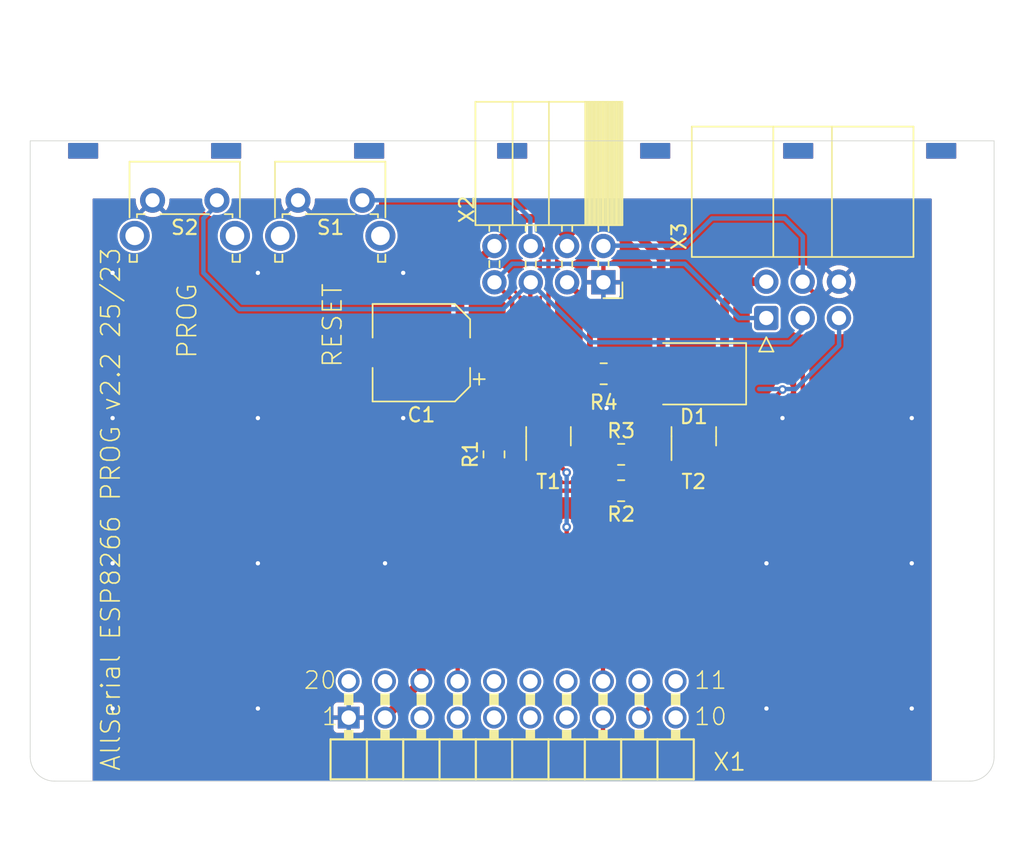
<source format=kicad_pcb>
(kicad_pcb (version 20241229) (generator "pcbnew") (generator_version "9.0")
  (layers (0 "F.Cu" signal) (2 "B.Cu" signal) (13 "F.Paste" user) (15 "B.Paste" user) (5 "F.SilkS" user "F.Silkscreen") (7 "B.SilkS" user "B.Silkscreen") (1 "F.Mask" user) (3 "B.Mask" user) (25 "Edge.Cuts" user))
  (net 0 "")
  (net 1 "GND")
  (net 2 "+3.3V")
  (net 3 "Net-(D1-K)")
  (net 4 "Net-(X1A-TXD)")
  (net 5 "Net-(X2-Pin_7)")
  (net 6 "Net-(T2-E)")
  (net 7 "Net-(T1-B)")
  (net 8 "Net-(T1-E)")
  (net 9 "Net-(T2-B)")
  (net 10 "Net-(X2-Pin_3)")
  (net 11 "Net-(T2-C)")
  (net 12 "Net-(T1-C)")
  (net 15 "Net-(X1A-RXD)")
  (footprint "Capacitor_SMD:CP_Elec_6.3x5.4" (layer "F.Cu") (at 142.1511 97.4316 180)
    (property "Reference" "C1" (at 0 -4.35 0) (layer "F.SilkS"))
    (property "Value" "100µ")
    (fp_line (start 3.41 3.41) (end 3.41 1.06) (stroke (width 0.12)) (layer "F.SilkS"))
    (fp_line (start 3.41 -3.41) (end 3.41 -1.06) (stroke (width 0.12)) (layer "F.SilkS"))
    (fp_line (start -2.345563 3.41) (end 3.41 3.41) (stroke (width 0.12)) (layer "F.SilkS"))
    (fp_line (start -2.345563 -3.41) (end 3.41 -3.41) (stroke (width 0.12)) (layer "F.SilkS"))
    (fp_line (start -3.41 2.345563) (end -2.345563 3.41) (stroke (width 0.12)) (layer "F.SilkS"))
    (fp_line (start -3.41 2.345563) (end -3.41 1.06) (stroke (width 0.12)) (layer "F.SilkS"))
    (fp_line (start -3.41 -2.345563) (end -2.345563 -3.41) (stroke (width 0.12)) (layer "F.SilkS"))
    (fp_line (start -3.41 -2.345563) (end -3.41 -1.06) (stroke (width 0.12)) (layer "F.SilkS"))
    (fp_line (start -4.04375 -2.24125) (end -4.04375 -1.45375) (stroke (width 0.12)) (layer "F.SilkS"))
    (fp_line (start -4.4375 -1.8475) (end -3.65 -1.8475) (stroke (width 0.12)) (layer "F.SilkS"))
    (pad "1" smd roundrect (at -2.8 0 180) (size 3.5 1.6) (layers "F.Cu" "F.Mask" "F.Paste") (roundrect_rratio 0.15625) (net 2 "+3.3V"))
    (pad "2" smd roundrect (at 2.8 0 180) (size 3.5 1.6) (layers "F.Cu" "F.Mask" "F.Paste") (roundrect_rratio 0.15625) (net 1 "GND"))
  )
  (footprint "Package_TO_SOT_SMD:SOT-23" (layer "F.Cu") (at 161.2011 103.2736 90)
    (property "Reference" "T2" (at -3.175 0 180) (layer "F.SilkS"))
    (property "Value" "BC847")
    (fp_line (start 0 -1.56) (end 0.65 -1.56) (stroke (width 0.12)) (layer "F.SilkS"))
    (fp_line (start 0 -1.56) (end -1.675 -1.56) (stroke (width 0.12)) (layer "F.SilkS"))
    (fp_line (start 0 1.56) (end 0.65 1.56) (stroke (width 0.12)) (layer "F.SilkS"))
    (fp_line (start 0 1.56) (end -0.65 1.56) (stroke (width 0.12)) (layer "F.SilkS"))
    (pad "1" smd roundrect (at -0.9375 -0.95 90) (size 1.475 0.6) (layers "F.Cu" "F.Mask" "F.Paste") (net 9 "Net-(T2-B)"))
    (pad "2" smd roundrect (at -0.9375 0.95 90) (size 1.475 0.6) (layers "F.Cu" "F.Mask" "F.Paste") (net 6 "Net-(T2-E)"))
    (pad "3" smd roundrect (at 0.9375 0 90) (size 1.475 0.6) (layers "F.Cu" "F.Mask" "F.Paste") (net 11 "Net-(T2-C)"))
  )
  (footprint "Resistor_SMD:R_0805_2012Metric" (layer "F.Cu") (at 154.9011 98.9036)
    (property "Reference" "R4" (at 0 2 0) (layer "F.SilkS"))
    (property "Value" "4k7")
    (fp_line (start -0.227064 -0.735) (end 0.227064 -0.735) (stroke (width 0.12)) (layer "F.SilkS"))
    (fp_line (start -0.227064 0.735) (end 0.227064 0.735) (stroke (width 0.12)) (layer "F.SilkS"))
    (pad "1" smd roundrect (at -0.9125 0) (size 1.025 1.4) (layers "F.Cu" "F.Mask" "F.Paste") (roundrect_rratio 0.243902) (net 10 "Net-(X2-Pin_3)"))
    (pad "2" smd roundrect (at 0.9125 0) (size 1.025 1.4) (layers "F.Cu" "F.Mask" "F.Paste") (roundrect_rratio 0.243902) (net 2 "+3.3V"))
  )
  (footprint "Package_TO_SOT_SMD:SOT-23" (layer "F.Cu") (at 151.0411 103.2736 90)
    (property "Reference" "T1" (at -3.175 0 180) (layer "F.SilkS"))
    (property "Value" "BC847")
    (fp_line (start 0 -1.56) (end 0.65 -1.56) (stroke (width 0.12)) (layer "F.SilkS"))
    (fp_line (start 0 -1.56) (end -1.675 -1.56) (stroke (width 0.12)) (layer "F.SilkS"))
    (fp_line (start 0 1.56) (end 0.65 1.56) (stroke (width 0.12)) (layer "F.SilkS"))
    (fp_line (start 0 1.56) (end -0.65 1.56) (stroke (width 0.12)) (layer "F.SilkS"))
    (pad "1" smd roundrect (at -0.9375 -0.95 90) (size 1.475 0.6) (layers "F.Cu" "F.Mask" "F.Paste") (net 7 "Net-(T1-B)"))
    (pad "2" smd roundrect (at -0.9375 0.95 90) (size 1.475 0.6) (layers "F.Cu" "F.Mask" "F.Paste") (net 8 "Net-(T1-E)"))
    (pad "3" smd roundrect (at 0.9375 0 90) (size 1.475 0.6) (layers "F.Cu" "F.Mask" "F.Paste") (net 12 "Net-(T1-C)"))
  )
  (footprint "Resistor_SMD:R_0805_2012Metric" (layer "F.Cu") (at 147.2311 104.5436 90)
    (property "Reference" "R1" (at 0 -1.65 90) (layer "F.SilkS"))
    (property "Value" "470")
    (fp_line (start -0.227064 -0.735) (end 0.227064 -0.735) (stroke (width 0.12)) (layer "F.SilkS"))
    (fp_line (start -0.227064 0.735) (end 0.227064 0.735) (stroke (width 0.12)) (layer "F.SilkS"))
    (pad "1" smd roundrect (at -0.9125 0 90) (size 1.025 1.4) (layers "F.Cu" "F.Mask" "F.Paste") (roundrect_rratio 0.243902) (net 4 "Net-(X1A-TXD)"))
    (pad "2" smd roundrect (at 0.9125 0 90) (size 1.025 1.4) (layers "F.Cu" "F.Mask" "F.Paste") (roundrect_rratio 0.243902) (net 5 "Net-(X2-Pin_7)"))
  )
  (footprint "Resistor_SMD:R_0805_2012Metric" (layer "F.Cu") (at 156.1211 104.5436)
    (property "Reference" "R3" (at 0 -1.65 0) (layer "F.SilkS"))
    (property "Value" "4k7")
    (fp_line (start -0.227064 -0.735) (end 0.227064 -0.735) (stroke (width 0.12)) (layer "F.SilkS"))
    (fp_line (start -0.227064 0.735) (end 0.227064 0.735) (stroke (width 0.12)) (layer "F.SilkS"))
    (pad "1" smd roundrect (at -0.9125 0) (size 1.025 1.4) (layers "F.Cu" "F.Mask" "F.Paste") (roundrect_rratio 0.243902) (net 8 "Net-(T1-E)"))
    (pad "2" smd roundrect (at 0.9125 0) (size 1.025 1.4) (layers "F.Cu" "F.Mask" "F.Paste") (roundrect_rratio 0.243902) (net 9 "Net-(T2-B)"))
  )
  (footprint "Resistor_SMD:R_0805_2012Metric" (layer "F.Cu") (at 156.1211 107.0836 180)
    (property "Reference" "R2" (at 0 -1.65 180) (layer "F.SilkS"))
    (property "Value" "4k7")
    (fp_line (start -0.227064 0.735) (end 0.227064 0.735) (stroke (width 0.12)) (layer "F.SilkS"))
    (fp_line (start -0.227064 -0.735) (end 0.227064 -0.735) (stroke (width 0.12)) (layer "F.SilkS"))
    (pad "1" smd roundrect (at -0.9125 0 180) (size 1.025 1.4) (layers "F.Cu" "F.Mask" "F.Paste") (roundrect_rratio 0.243902) (net 6 "Net-(T2-E)"))
    (pad "2" smd roundrect (at 0.9125 0 180) (size 1.025 1.4) (layers "F.Cu" "F.Mask" "F.Paste") (roundrect_rratio 0.243902) (net 7 "Net-(T1-B)"))
  )
  (footprint "Connector_IDC:IDC-Header_2x03_P2.54mm_Horizontal" (layer "F.Cu") (at 166.2711 95.0011 90)
    (property "Reference" "X3" (at 5.715 -6.1 90) (layer "F.SilkS"))
    (property "Value" "~")
    (fp_line (start 13.39 -5.21) (end 13.39 10.29) (stroke (width 0.12)) (layer "F.SilkS"))
    (fp_line (start 4.27 -5.21) (end 13.39 -5.21) (stroke (width 0.12)) (layer "F.SilkS"))
    (fp_line (start -2.35 -0.5) (end -2.35 0.5) (stroke (width 0.12)) (layer "F.SilkS"))
    (fp_line (start -1.35 0) (end -2.35 -0.5) (stroke (width 0.12)) (layer "F.SilkS"))
    (fp_line (start 4.27 0.49) (end 13.39 0.49) (stroke (width 0.12)) (layer "F.SilkS"))
    (fp_line (start -2.35 0.5) (end -1.35 0) (stroke (width 0.12)) (layer "F.SilkS"))
    (fp_line (start 4.27 4.59) (end 13.39 4.59) (stroke (width 0.12)) (layer "F.SilkS"))
    (fp_line (start 13.39 10.29) (end 4.27 10.29) (stroke (width 0.12)) (layer "F.SilkS"))
    (fp_line (start 4.27 10.29) (end 4.27 -5.21) (stroke (width 0.12)) (layer "F.SilkS"))
    (pad "1" thru_hole roundrect (at 0 0 90) (size 1.7 1.7) (drill 1) (layers "*.Cu" "*.Mask") (roundrect_rratio 0.147059) (net 5 "Net-(X2-Pin_7)"))
    (pad "2" thru_hole circle (at 2.54 0 90) (size 1.7 1.7) (drill 1) (layers "*.Cu" "*.Mask") (net 3 "Net-(D1-K)"))
    (pad "3" thru_hole circle (at 0 2.54 90) (size 1.7 1.7) (drill 1) (layers "*.Cu" "*.Mask") (net 12 "Net-(T1-C)"))
    (pad "4" thru_hole circle (at 2.54 2.54 90) (size 1.7 1.7) (drill 1) (layers "*.Cu" "*.Mask") (net 15 "Net-(X1A-RXD)"))
    (pad "5" thru_hole circle (at 0 5.08 90) (size 1.7 1.7) (drill 1) (layers "*.Cu" "*.Mask") (net 11 "Net-(T2-C)"))
    (pad "6" thru_hole circle (at 2.54 5.08 90) (size 1.7 1.7) (drill 1) (layers "*.Cu" "*.Mask") (net 1 "GND"))
  )
  (footprint "Button_Switch_THT:SW_Tactile_SPST_Angled_PTS645Vx83-2LFS" (layer "F.Cu") (at 133.5261 86.7636)
    (property "Reference" "S1" (at 2.275 1.905 0) (layer "F.SilkS"))
    (property "Value" "~")
    (fp_line (start -1.61 -2.7) (end -1.61 1.2) (stroke (width 0.12)) (layer "F.SilkS"))
    (fp_line (start -1.61 -2.7) (end 6.11 -2.7) (stroke (width 0.12)) (layer "F.SilkS"))
    (fp_line (start -1.61 3.8) (end -1.61 4.31) (stroke (width 0.12)) (layer "F.SilkS"))
    (fp_line (start -1.61 4.31) (end -1.09 4.31) (stroke (width 0.12)) (layer "F.SilkS"))
    (fp_line (start -1.09 0.97) (end -1.09 1.2) (stroke (width 0.12)) (layer "F.SilkS"))
    (fp_line (start -1.09 0.97) (end -0.55 0.97) (stroke (width 0.12)) (layer "F.SilkS"))
    (fp_line (start -1.09 3.8) (end -1.09 4.31) (stroke (width 0.12)) (layer "F.SilkS"))
    (fp_line (start 0.55 0.97) (end 3.95 0.97) (stroke (width 0.12)) (layer "F.SilkS"))
    (fp_line (start 5.05 0.97) (end 5.59 0.97) (stroke (width 0.12)) (layer "F.SilkS"))
    (fp_line (start 5.59 0.97) (end 5.59 1.2) (stroke (width 0.12)) (layer "F.SilkS"))
    (fp_line (start 5.59 3.8) (end 5.59 4.31) (stroke (width 0.12)) (layer "F.SilkS"))
    (fp_line (start 5.59 4.31) (end 6.11 4.31) (stroke (width 0.12)) (layer "F.SilkS"))
    (fp_line (start 6.11 -2.7) (end 6.11 1.2) (stroke (width 0.12)) (layer "F.SilkS"))
    (fp_line (start 6.11 3.8) (end 6.11 4.31) (stroke (width 0.12)) (layer "F.SilkS"))
    (pad "" thru_hole circle (at -1.25 2.49) (size 2.1 2.1) (drill 1.3) (layers "*.Cu" "*.Mask"))
    (pad "" thru_hole circle (at 5.76 2.49) (size 2.1 2.1) (drill 1.3) (layers "*.Cu" "*.Mask"))
    (pad "1" thru_hole circle (at 0 0) (size 1.75 1.75) (drill 0.99) (layers "*.Cu" "*.Mask") (net 1 "GND"))
    (pad "2" thru_hole circle (at 4.5 0) (size 1.75 1.75) (drill 0.99) (layers "*.Cu" "*.Mask") (net 11 "Net-(T2-C)"))
  )
  (footprint "Button_Switch_THT:SW_Tactile_SPST_Angled_PTS645Vx83-2LFS" (layer "F.Cu") (at 123.3551 86.7636)
    (property "Reference" "S2" (at 2.25 1.905 0) (layer "F.SilkS"))
    (property "Value" "~")
    (fp_line (start -1.61 -2.7) (end -1.61 1.2) (stroke (width 0.12)) (layer "F.SilkS"))
    (fp_line (start -1.61 -2.7) (end 6.11 -2.7) (stroke (width 0.12)) (layer "F.SilkS"))
    (fp_line (start -1.61 3.8) (end -1.61 4.31) (stroke (width 0.12)) (layer "F.SilkS"))
    (fp_line (start -1.61 4.31) (end -1.09 4.31) (stroke (width 0.12)) (layer "F.SilkS"))
    (fp_line (start -1.09 0.97) (end -1.09 1.2) (stroke (width 0.12)) (layer "F.SilkS"))
    (fp_line (start -1.09 0.97) (end -0.55 0.97) (stroke (width 0.12)) (layer "F.SilkS"))
    (fp_line (start -1.09 3.8) (end -1.09 4.31) (stroke (width 0.12)) (layer "F.SilkS"))
    (fp_line (start 0.55 0.97) (end 3.95 0.97) (stroke (width 0.12)) (layer "F.SilkS"))
    (fp_line (start 5.05 0.97) (end 5.59 0.97) (stroke (width 0.12)) (layer "F.SilkS"))
    (fp_line (start 5.59 0.97) (end 5.59 1.2) (stroke (width 0.12)) (layer "F.SilkS"))
    (fp_line (start 5.59 3.8) (end 5.59 4.31) (stroke (width 0.12)) (layer "F.SilkS"))
    (fp_line (start 5.59 4.31) (end 6.11 4.31) (stroke (width 0.12)) (layer "F.SilkS"))
    (fp_line (start 6.11 -2.7) (end 6.11 1.2) (stroke (width 0.12)) (layer "F.SilkS"))
    (fp_line (start 6.11 3.8) (end 6.11 4.31) (stroke (width 0.12)) (layer "F.SilkS"))
    (pad "" thru_hole circle (at -1.25 2.49) (size 2.1 2.1) (drill 1.3) (layers "*.Cu" "*.Mask"))
    (pad "" thru_hole circle (at 5.76 2.49) (size 2.1 2.1) (drill 1.3) (layers "*.Cu" "*.Mask"))
    (pad "1" thru_hole circle (at 0 0) (size 1.75 1.75) (drill 0.99) (layers "*.Cu" "*.Mask") (net 1 "GND"))
    (pad "2" thru_hole circle (at 4.5 0) (size 1.75 1.75) (drill 0.99) (layers "*.Cu" "*.Mask") (net 12 "Net-(T1-C)"))
  )
  (footprint "AllSerial:SlaveBoard" (layer "F.Cu") (at 148.5011 127.4036)
    (property "Reference" "X1" (at 13.97 -0.635 0) (layer "F.SilkS") (effects (font (size 1.2065 1.2065) (thickness 0.127)) (justify left bottom)))
    (property "Value" "ALLSERIALSLAVE" (hide yes))
    (fp_rect (start -31 -44.6) (end -29 -43.6) (stroke (width 0.1)) (fill yes) (layer "F.Cu"))
    (fp_rect (start -21 -44.6) (end -19 -43.6) (stroke (width 0.1)) (fill yes) (layer "F.Cu"))
    (fp_rect (start -11 -44.6) (end -9 -43.6) (stroke (width 0.1)) (fill yes) (layer "F.Cu"))
    (fp_rect (start -1 -44.6) (end 1 -43.6) (stroke (width 0.1)) (fill yes) (layer "F.Cu"))
    (fp_rect (start 9 -44.6) (end 11 -43.6) (stroke (width 0.1)) (fill yes) (layer "F.Cu"))
    (fp_rect (start 19 -44.6) (end 21 -43.6) (stroke (width 0.1)) (fill yes) (layer "F.Cu"))
    (fp_rect (start 29 -44.6) (end 31 -43.6) (stroke (width 0.1)) (fill yes) (layer "F.Cu"))
    (fp_rect (start -31 -44.6) (end -29 -43.6) (stroke (width 0.1)) (fill yes) (layer "B.Cu"))
    (fp_rect (start -21 -44.6) (end -19 -43.6) (stroke (width 0.1)) (fill yes) (layer "B.Cu"))
    (fp_rect (start -11 -44.6) (end -9 -43.6) (stroke (width 0.1)) (fill yes) (layer "B.Cu"))
    (fp_rect (start -1 -44.6) (end 1 -43.6) (stroke (width 0.1)) (fill yes) (layer "B.Cu"))
    (fp_rect (start 9 -44.6) (end 11 -43.6) (stroke (width 0.1)) (fill yes) (layer "B.Cu"))
    (fp_rect (start 19 -44.6) (end 21 -43.6) (stroke (width 0.1)) (fill yes) (layer "B.Cu"))
    (fp_rect (start 29 -44.6) (end 31 -43.6) (stroke (width 0.1)) (fill yes) (layer "B.Cu"))
    (fp_line (start -12.7 -2.921) (end -12.7 -0.127) (stroke (width 0.1524)) (layer "F.SilkS"))
    (fp_line (start -12.7 -2.921) (end -10.16 -2.921) (stroke (width 0.1524)) (layer "F.SilkS"))
    (fp_line (start -10.16 -2.921) (end -10.16 -0.127) (stroke (width 0.1524)) (layer "F.SilkS"))
    (fp_line (start -10.16 -2.921) (end -7.62 -2.921) (stroke (width 0.1524)) (layer "F.SilkS"))
    (fp_line (start -10.16 -0.127) (end -12.7 -0.127) (stroke (width 0.1524)) (layer "F.SilkS"))
    (fp_line (start -7.62 -2.921) (end -7.62 -0.127) (stroke (width 0.1524)) (layer "F.SilkS"))
    (fp_line (start -7.62 -2.921) (end -5.08 -2.921) (stroke (width 0.1524)) (layer "F.SilkS"))
    (fp_line (start -7.62 -0.127) (end -10.16 -0.127) (stroke (width 0.1524)) (layer "F.SilkS"))
    (fp_line (start -5.08 -2.921) (end -5.08 -0.127) (stroke (width 0.1524)) (layer "F.SilkS"))
    (fp_line (start -5.08 -0.127) (end -7.62 -0.127) (stroke (width 0.1524)) (layer "F.SilkS"))
    (fp_line (start -2.54 -2.921) (end -5.08 -2.921) (stroke (width 0.1524)) (layer "F.SilkS"))
    (fp_line (start -2.54 -2.921) (end -2.54 -0.127) (stroke (width 0.1524)) (layer "F.SilkS"))
    (fp_line (start -2.54 -2.921) (end 0 -2.921) (stroke (width 0.1524)) (layer "F.SilkS"))
    (fp_line (start -2.54 -0.127) (end -5.08 -0.127) (stroke (width 0.1524)) (layer "F.SilkS"))
    (fp_line (start 0 -2.921) (end 0 -0.127) (stroke (width 0.1524)) (layer "F.SilkS"))
    (fp_line (start 0 -2.921) (end 2.54 -2.921) (stroke (width 0.1524)) (layer "F.SilkS"))
    (fp_line (start 0 -0.127) (end -2.54 -0.127) (stroke (width 0.1524)) (layer "F.SilkS"))
    (fp_line (start 2.54 -2.921) (end 2.54 -0.127) (stroke (width 0.1524)) (layer "F.SilkS"))
    (fp_line (start 2.54 -2.921) (end 5.08 -2.921) (stroke (width 0.1524)) (layer "F.SilkS"))
    (fp_line (start 2.54 -0.127) (end 0 -0.127) (stroke (width 0.1524)) (layer "F.SilkS"))
    (fp_line (start 5.08 -2.921) (end 5.08 -0.127) (stroke (width 0.1524)) (layer "F.SilkS"))
    (fp_line (start 5.08 -2.921) (end 7.62 -2.921) (stroke (width 0.1524)) (layer "F.SilkS"))
    (fp_line (start 5.08 -0.127) (end 2.54 -0.127) (stroke (width 0.1524)) (layer "F.SilkS"))
    (fp_line (start 7.62 -2.921) (end 7.62 -0.127) (stroke (width 0.1524)) (layer "F.SilkS"))
    (fp_line (start 7.62 -0.127) (end 5.08 -0.127) (stroke (width 0.1524)) (layer "F.SilkS"))
    (fp_line (start 10.16 -2.921) (end 7.62 -2.921) (stroke (width 0.1524)) (layer "F.SilkS"))
    (fp_line (start 10.16 -2.921) (end 10.16 -0.127) (stroke (width 0.1524)) (layer "F.SilkS"))
    (fp_line (start 10.16 -2.921) (end 12.7 -2.921) (stroke (width 0.1524)) (layer "F.SilkS"))
    (fp_line (start 10.16 -0.127) (end 7.62 -0.127) (stroke (width 0.1524)) (layer "F.SilkS"))
    (fp_line (start 12.7 -2.921) (end 12.7 -0.127) (stroke (width 0.1524)) (layer "F.SilkS"))
    (fp_line (start 12.7 -0.127) (end 10.16 -0.127) (stroke (width 0.1524)) (layer "F.SilkS"))
    (fp_poly (pts (xy -11.0998 -6.1214) (xy -11.7602 -6.1214) (xy -11.7602 -5.3086) (xy -11.0998 -5.3086)) (fill yes) (layer "F.SilkS"))
    (fp_poly (pts (xy -11.0998 -3.5814) (xy -11.7602 -3.5814) (xy -11.7602 -2.921) (xy -11.0998 -2.921)) (fill yes) (layer "F.SilkS"))
    (fp_poly (pts (xy -8.5598 -6.1214) (xy -9.2202 -6.1214) (xy -9.2202 -5.3086) (xy -8.5598 -5.3086)) (fill yes) (layer "F.SilkS"))
    (fp_poly (pts (xy -8.5598 -3.5814) (xy -9.2202 -3.5814) (xy -9.2202 -2.921) (xy -8.5598 -2.921)) (fill yes) (layer "F.SilkS"))
    (fp_poly (pts (xy -6.0198 -6.1214) (xy -6.6802 -6.1214) (xy -6.6802 -5.3086) (xy -6.0198 -5.3086)) (fill yes) (layer "F.SilkS"))
    (fp_poly (pts (xy -6.0198 -3.5814) (xy -6.6802 -3.5814) (xy -6.6802 -2.921) (xy -6.0198 -2.921)) (fill yes) (layer "F.SilkS"))
    (fp_poly (pts (xy -3.4798 -6.1214) (xy -4.1402 -6.1214) (xy -4.1402 -5.3086) (xy -3.4798 -5.3086)) (fill yes) (layer "F.SilkS"))
    (fp_poly (pts (xy -3.4798 -3.5814) (xy -4.1402 -3.5814) (xy -4.1402 -2.921) (xy -3.4798 -2.921)) (fill yes) (layer "F.SilkS"))
    (fp_poly (pts (xy -0.9398 -6.1214) (xy -1.6002 -6.1214) (xy -1.6002 -5.3086) (xy -0.9398 -5.3086)) (fill yes) (layer "F.SilkS"))
    (fp_poly (pts (xy -0.9398 -3.5814) (xy -1.6002 -3.5814) (xy -1.6002 -2.921) (xy -0.9398 -2.921)) (fill yes) (layer "F.SilkS"))
    (fp_poly (pts (xy 1.6002 -6.1214) (xy 0.9398 -6.1214) (xy 0.9398 -5.3086) (xy 1.6002 -5.3086)) (fill yes) (layer "F.SilkS"))
    (fp_poly (pts (xy 1.6002 -3.5814) (xy 0.9398 -3.5814) (xy 0.9398 -2.921) (xy 1.6002 -2.921)) (fill yes) (layer "F.SilkS"))
    (fp_poly (pts (xy 4.1402 -6.1214) (xy 3.4798 -6.1214) (xy 3.4798 -5.3086) (xy 4.1402 -5.3086)) (fill yes) (layer "F.SilkS"))
    (fp_poly (pts (xy 4.1402 -3.5814) (xy 3.4798 -3.5814) (xy 3.4798 -2.921) (xy 4.1402 -2.921)) (fill yes) (layer "F.SilkS"))
    (fp_poly (pts (xy 6.6802 -6.1214) (xy 6.0198 -6.1214) (xy 6.0198 -5.3086) (xy 6.6802 -5.3086)) (fill yes) (layer "F.SilkS"))
    (fp_poly (pts (xy 6.6802 -3.5814) (xy 6.0198 -3.5814) (xy 6.0198 -2.921) (xy 6.6802 -2.921)) (fill yes) (layer "F.SilkS"))
    (fp_poly (pts (xy 9.2202 -6.1214) (xy 8.5598 -6.1214) (xy 8.5598 -5.3086) (xy 9.2202 -5.3086)) (fill yes) (layer "F.SilkS"))
    (fp_poly (pts (xy 9.2202 -3.5814) (xy 8.5598 -3.5814) (xy 8.5598 -2.921) (xy 9.2202 -2.921)) (fill yes) (layer "F.SilkS"))
    (fp_poly (pts (xy 11.7602 -6.1214) (xy 11.0998 -6.1214) (xy 11.0998 -5.3086) (xy 11.7602 -5.3086)) (fill yes) (layer "F.SilkS"))
    (fp_poly (pts (xy 11.7602 -3.5814) (xy 11.0998 -3.5814) (xy 11.0998 -2.921) (xy 11.7602 -2.921)) (fill yes) (layer "F.SilkS"))
    (fp_line (start -33.7 -44.8) (end 33.7 -44.8) (stroke (width 0.05)) (layer "Edge.Cuts"))
    (fp_line (start -33.7 -1.7) (end -33.7 -44.8) (stroke (width 0.05)) (layer "Edge.Cuts"))
    (fp_line (start 32 0) (end -32 0) (stroke (width 0.05)) (layer "Edge.Cuts"))
    (fp_line (start 33.7 -44.8) (end 33.7 -1.7) (stroke (width 0.05)) (layer "Edge.Cuts"))
    (fp_arc (start -32 0) (mid -33.202082 -0.497918) (end -33.7 -1.7) (stroke (width 0.05)) (layer "Edge.Cuts"))
    (fp_arc (start 33.7 -1.7) (mid 33.202082 -0.497918) (end 32 0) (stroke (width 0.05)) (layer "Edge.Cuts"))
    (fp_text user "10" (at 12.655 -3.81 0) (layer "F.SilkS") (effects (font (size 1.2065 1.2065) (thickness 0.1016)) (justify left bottom)))
    (fp_text user "20" (at -14.65 -6.35 0) (layer "F.SilkS") (effects (font (size 1.2065 1.2065) (thickness 0.1016)) (justify left bottom)))
    (fp_text user "11" (at 12.655 -6.35 0) (layer "F.SilkS") (effects (font (size 1.2065 1.2065) (thickness 0.1016)) (justify left bottom)))
    (fp_text user "1" (at -13.38 -3.81 0) (layer "F.SilkS") (effects (font (size 1.2065 1.2065) (thickness 0.1016)) (justify left bottom)))
    (pad "1" thru_hole rect (at -11.43 -4.445 180) (size 1.524 1.524) (drill 1.016) (layers "*.Cu" "*.Mask") (net 1 "GND"))
    (pad "2" thru_hole circle (at -8.89 -4.445 180) (size 1.524 1.524) (drill 1.016) (layers "*.Cu" "*.Mask") (net 2 "+3.3V"))
    (pad "3" thru_hole circle (at -6.35 -4.445 180) (size 1.524 1.524) (drill 1.016) (layers "*.Cu" "*.Mask"))
    (pad "4" thru_hole circle (at -3.81 -4.445 180) (size 1.524 1.524) (drill 1.016) (layers "*.Cu" "*.Mask"))
    (pad "5" thru_hole circle (at -1.27 -4.445 180) (size 1.524 1.524) (drill 1.016) (layers "*.Cu" "*.Mask"))
    (pad "6" thru_hole circle (at 1.27 -4.445 180) (size 1.524 1.524) (drill 1.016) (layers "*.Cu" "*.Mask"))
    (pad "7" thru_hole circle (at 3.81 -4.445 180) (size 1.524 1.524) (drill 1.016) (layers "*.Cu" "*.Mask"))
    (pad "8" thru_hole circle (at 6.35 -4.445 180) (size 1.524 1.524) (drill 1.016) (layers "*.Cu" "*.Mask") (net 15 "Net-(X1A-RXD)"))
    (pad "9" thru_hole circle (at 8.89 -4.445 180) (size 1.524 1.524) (drill 1.016) (layers "*.Cu" "*.Mask") (net 6 "Net-(T2-E)"))
    (pad "10" thru_hole circle (at 11.43 -4.445 180) (size 1.524 1.524) (drill 1.016) (layers "*.Cu" "*.Mask"))
    (pad "11" thru_hole circle (at 11.43 -6.985 180) (size 1.524 1.524) (drill 1.016) (layers "*.Cu" "*.Mask"))
    (pad "12" thru_hole circle (at 8.89 -6.985 180) (size 1.524 1.524) (drill 1.016) (layers "*.Cu" "*.Mask"))
    (pad "13" thru_hole circle (at 6.35 -6.985 180) (size 1.524 1.524) (drill 1.016) (layers "*.Cu" "*.Mask") (net 8 "Net-(T1-E)"))
    (pad "14" thru_hole circle (at 3.81 -6.985 180) (size 1.524 1.524) (drill 1.016) (layers "*.Cu" "*.Mask"))
    (pad "15" thru_hole circle (at 1.27 -6.985 180) (size 1.524 1.524) (drill 1.016) (layers "*.Cu" "*.Mask"))
    (pad "16" thru_hole circle (at -1.27 -6.985 180) (size 1.524 1.524) (drill 1.016) (layers "*.Cu" "*.Mask"))
    (pad "17" thru_hole circle (at -3.81 -6.985 180) (size 1.524 1.524) (drill 1.016) (layers "*.Cu" "*.Mask") (net 4 "Net-(X1A-TXD)"))
    (pad "18" thru_hole circle (at -6.35 -6.985 180) (size 1.524 1.524) (drill 1.016) (layers "*.Cu" "*.Mask") (net 2 "+3.3V"))
    (pad "19" thru_hole circle (at -8.89 -6.985 180) (size 1.524 1.524) (drill 1.016) (layers "*.Cu" "*.Mask"))
    (pad "20" thru_hole circle (at -11.43 -6.985 180) (size 1.524 1.524) (drill 1.016) (layers "*.Cu" "*.Mask"))
  )
  (footprint "Connector_PinSocket_2.54mm:PinSocket_2x04_P2.54mm_Horizontal" (layer "F.Cu") (at 154.8811 92.5036 -90)
    (property "Reference" "X2" (at -5.105 9.555 90) (layer "F.SilkS"))
    (property "Value" "PinSocket_2x04_P2.54mm_Horizontal")
    (fp_line (start -12.63 8.95) (end -4 8.95) (stroke (width 0.12)) (layer "F.SilkS"))
    (fp_line (start -4 7.98) (end -3.59 7.98) (stroke (width 0.12)) (layer "F.SilkS"))
    (fp_line (start -1.49 7.98) (end -1.05 7.98) (stroke (width 0.12)) (layer "F.SilkS"))
    (fp_line (start -4 7.26) (end -3.59 7.26) (stroke (width 0.12)) (layer "F.SilkS"))
    (fp_line (start -1.49 7.26) (end -1.05 7.26) (stroke (width 0.12)) (layer "F.SilkS"))
    (fp_line (start -12.63 6.35) (end -4 6.35) (stroke (width 0.12)) (layer "F.SilkS"))
    (fp_line (start -4 5.44) (end -3.59 5.44) (stroke (width 0.12)) (layer "F.SilkS"))
    (fp_line (start -1.49 5.44) (end -1.05 5.44) (stroke (width 0.12)) (layer "F.SilkS"))
    (fp_line (start -4 4.72) (end -3.59 4.72) (stroke (width 0.12)) (layer "F.SilkS"))
    (fp_line (start -1.49 4.72) (end -1.05 4.72) (stroke (width 0.12)) (layer "F.SilkS"))
    (fp_line (start -12.63 3.81) (end -4 3.81) (stroke (width 0.12)) (layer "F.SilkS"))
    (fp_line (start -4 2.9) (end -3.59 2.9) (stroke (width 0.12)) (layer "F.SilkS"))
    (fp_line (start -1.49 2.9) (end -1.05 2.9) (stroke (width 0.12)) (layer "F.SilkS"))
    (fp_line (start -4 2.18) (end -3.59 2.18) (stroke (width 0.12)) (layer "F.SilkS"))
    (fp_line (start -1.49 2.18) (end -1.05 2.18) (stroke (width 0.12)) (layer "F.SilkS"))
    (fp_line (start -12.63 1.27) (end -4 1.27) (stroke (width 0.12)) (layer "F.SilkS"))
    (fp_line (start -12.63 1.1519) (end -4 1.1519) (stroke (width 0.12)) (layer "F.SilkS"))
    (fp_line (start -12.63 1.033805) (end -4 1.033805) (stroke (width 0.12)) (layer "F.SilkS"))
    (fp_line (start -12.63 0.91571) (end -4 0.91571) (stroke (width 0.12)) (layer "F.SilkS"))
    (fp_line (start -12.63 0.797615) (end -4 0.797615) (stroke (width 0.12)) (layer "F.SilkS"))
    (fp_line (start -12.63 0.67952) (end -4 0.67952) (stroke (width 0.12)) (layer "F.SilkS"))
    (fp_line (start -12.63 0.561425) (end -4 0.561425) (stroke (width 0.12)) (layer "F.SilkS"))
    (fp_line (start -12.63 0.44333) (end -4 0.44333) (stroke (width 0.12)) (layer "F.SilkS"))
    (fp_line (start -4 0.36) (end -3.59 0.36) (stroke (width 0.12)) (layer "F.SilkS"))
    (fp_line (start -1.49 0.36) (end -1.11 0.36) (stroke (width 0.12)) (layer "F.SilkS"))
    (fp_line (start -12.63 0.325235) (end -4 0.325235) (stroke (width 0.12)) (layer "F.SilkS"))
    (fp_line (start -12.63 0.20714) (end -4 0.20714) (stroke (width 0.12)) (layer "F.SilkS"))
    (fp_line (start -12.63 0.089045) (end -4 0.089045) (stroke (width 0.12)) (layer "F.SilkS"))
    (fp_line (start -12.63 -0.02905) (end -4 -0.02905) (stroke (width 0.12)) (layer "F.SilkS"))
    (fp_line (start -12.63 -0.147145) (end -4 -0.147145) (stroke (width 0.12)) (layer "F.SilkS"))
    (fp_line (start -12.63 -0.26524) (end -4 -0.26524) (stroke (width 0.12)) (layer "F.SilkS"))
    (fp_line (start -4 -0.36) (end -3.59 -0.36) (stroke (width 0.12)) (layer "F.SilkS"))
    (fp_line (start -1.49 -0.36) (end -1.11 -0.36) (stroke (width 0.12)) (layer "F.SilkS"))
    (fp_line (start -12.63 -0.383335) (end -4 -0.383335) (stroke (width 0.12)) (layer "F.SilkS"))
    (fp_line (start -12.63 -0.50143) (end -4 -0.50143) (stroke (width 0.12)) (layer "F.SilkS"))
    (fp_line (start -12.63 -0.619525) (end -4 -0.619525) (stroke (width 0.12)) (layer "F.SilkS"))
    (fp_line (start -12.63 -0.73762) (end -4 -0.73762) (stroke (width 0.12)) (layer "F.SilkS"))
    (fp_line (start -12.63 -0.855715) (end -4 -0.855715) (stroke (width 0.12)) (layer "F.SilkS"))
    (fp_line (start -12.63 -0.97381) (end -4 -0.97381) (stroke (width 0.12)) (layer "F.SilkS"))
    (fp_line (start -12.63 -1.091905) (end -4 -1.091905) (stroke (width 0.12)) (layer "F.SilkS"))
    (fp_line (start -12.63 -1.21) (end -4 -1.21) (stroke (width 0.12)) (layer "F.SilkS"))
    (fp_line (start -12.63 -1.33) (end -12.63 8.95) (stroke (width 0.12)) (layer "F.SilkS"))
    (fp_line (start -12.63 -1.33) (end -4 -1.33) (stroke (width 0.12)) (layer "F.SilkS"))
    (fp_line (start -4 -1.33) (end -4 8.95) (stroke (width 0.12)) (layer "F.SilkS"))
    (fp_line (start 0 -1.33) (end 1.11 -1.33) (stroke (width 0.12)) (layer "F.SilkS"))
    (fp_line (start 1.11 -1.33) (end 1.11 0) (stroke (width 0.12)) (layer "F.SilkS"))
    (pad "1" thru_hole rect (at 0 0 270) (size 1.7 1.7) (drill 1) (layers "*.Cu" "*.Mask") (net 1 "GND"))
    (pad "2" thru_hole oval (at -2.54 0 270) (size 1.7 1.7) (drill 1) (layers "*.Cu" "*.Mask") (net 15 "Net-(X1A-RXD)"))
    (pad "3" thru_hole oval (at 0 2.54 270) (size 1.7 1.7) (drill 1) (layers "*.Cu" "*.Mask") (net 10 "Net-(X2-Pin_3)"))
    (pad "4" thru_hole oval (at -2.54 2.54 270) (size 1.7 1.7) (drill 1) (layers "*.Cu" "*.Mask") (net 2 "+3.3V"))
    (pad "5" thru_hole oval (at 0 5.08 270) (size 1.7 1.7) (drill 1) (layers "*.Cu" "*.Mask") (net 12 "Net-(T1-C)"))
    (pad "6" thru_hole oval (at -2.54 5.08 270) (size 1.7 1.7) (drill 1) (layers "*.Cu" "*.Mask") (net 11 "Net-(T2-C)"))
    (pad "7" thru_hole oval (at 0 7.62 270) (size 1.7 1.7) (drill 1) (layers "*.Cu" "*.Mask") (net 5 "Net-(X2-Pin_7)"))
    (pad "8" thru_hole oval (at -2.54 7.62 270) (size 1.7 1.7) (drill 1) (layers "*.Cu" "*.Mask") (net 2 "+3.3V"))
  )
  (footprint "Diode_SMD:D_SMB" (layer "F.Cu") (at 161.2011 98.9036 180)
    (property "Reference" "D1" (at 0 -3 180) (layer "F.SilkS"))
    (property "Value" "STPS 2L40U STM")
    (fp_line (start -3.66 2.15) (end 2.15 2.15) (stroke (width 0.12)) (layer "F.SilkS"))
    (fp_line (start -3.66 -2.15) (end 2.15 -2.15) (stroke (width 0.12)) (layer "F.SilkS"))
    (fp_line (start -3.66 -2.15) (end -3.66 2.15) (stroke (width 0.12)) (layer "F.SilkS"))
    (pad "1" smd roundrect (at -2.15 0 180) (size 2.5 2.3) (layers "F.Cu" "F.Mask" "F.Paste") (roundrect_rratio 0.1086956522) (net 3 "Net-(D1-K)"))
    (pad "2" smd roundrect (at 2.15 0 180) (size 2.5 2.3) (layers "F.Cu" "F.Mask" "F.Paste") (roundrect_rratio 0.1086956522) (net 2 "+3.3V"))
  )
  (gr_text "PROG" (at 125.0061 92.4786 90) (layer "F.SilkS") (effects (font (size 1.308608 1.308608) (thickness 0.113792)) (justify right top)))
  (gr_text "AllSerial ESP8266 PROG v2.2 25/23" (at 121.1961 126.7686 90) (layer "F.SilkS") (effects (font (size 1.308608 1.308608) (thickness 0.113792)) (justify left bottom)))
  (gr_text "RESET" (at 135.1661 92.4786 90) (layer "F.SilkS") (effects (font (size 1.308608 1.308608) (thickness 0.113792)) (justify right top)))
  (via (at 176.4411 112.1636) (size 0.6048) (drill 0.3) (layers "F.Cu" "B.Cu") (net 1))
  (via (at 166.2811 112.1636) (size 0.6048) (drill 0.3) (layers "F.Cu" "B.Cu") (net 1))
  (via (at 176.4411 102.0036) (size 0.6048) (drill 0.3) (layers "F.Cu" "B.Cu") (net 1))
  (via (at 120.5611 91.8436) (size 0.6048) (drill 0.3) (layers "F.Cu" "B.Cu") (net 1))
  (via (at 166.2811 122.3236) (size 0.6048) (drill 0.3) (layers "F.Cu" "B.Cu") (net 1))
  (via (at 120.5611 112.1636) (size 0.6048) (drill 0.3) (layers "F.Cu" "B.Cu") (net 1))
  (via (at 155.1011 101.3036) (size 0.6048) (drill 0.3) (layers "F.Cu" "B.Cu") (net 1))
  (via (at 139.6111 112.1636) (size 0.6048) (drill 0.3) (layers "F.Cu" "B.Cu") (net 1))
  (via (at 176.4411 122.3236) (size 0.6048) (drill 0.3) (layers "F.Cu" "B.Cu") (net 1))
  (via (at 130.7211 91.8436) (size 0.6048) (drill 0.3) (layers "F.Cu" "B.Cu") (net 1))
  (via (at 130.7211 102.0036) (size 0.6048) (drill 0.3) (layers "F.Cu" "B.Cu") (net 1))
  (via (at 167.4011 102.0036) (size 0.6048) (drill 0.3) (layers "F.Cu" "B.Cu") (net 1))
  (via (at 140.8811 102.0036) (size 0.6048) (drill 0.3) (layers "F.Cu" "B.Cu") (net 1))
  (via (at 130.7211 112.1636) (size 0.6048) (drill 0.3) (layers "F.Cu" "B.Cu") (net 1))
  (via (at 120.5611 102.0036) (size 0.6048) (drill 0.3) (layers "F.Cu" "B.Cu") (net 1))
  (via (at 140.8811 91.8436) (size 0.6048) (drill 0.3) (layers "F.Cu" "B.Cu") (net 1))
  (via (at 120.5611 122.3236) (size 0.6048) (drill 0.3) (layers "F.Cu" "B.Cu") (net 1))
  (via (at 130.7211 122.3236) (size 0.6048) (drill 0.3) (layers "F.Cu" "B.Cu") (net 1))
  (segment (start 152.3111 89.3036) (end 152.3111 89.9386) (width 0.6096) (layer "F.Cu") (net 2))
  (segment (start 139.6111 122.9586) (end 142.1511 120.4186) (width 0.6096) (layer "F.Cu") (net 2))
  (segment (start 158.9151 97.2956) (end 158.9151 90.8276) (width 0.6096) (layer "F.Cu") (net 2))
  (segment (start 159.0511 98.9036) (end 155.8136 98.9036) (width 0.4064) (layer "F.Cu") (net 2))
  (segment (start 159.0511 97.4316) (end 158.9151 97.2956) (width 0.6096) (layer "F.Cu") (net 2))
  (segment (start 144.8511 100.5736) (end 144.8511 92.3186) (width 0.6096) (layer "F.Cu") (net 2))
  (segment (start 142.1511 103.2736) (end 144.8511 100.5736) (width 0.6096) (layer "F.Cu") (net 2))
  (segment (start 159.0511 98.9036) (end 159.0511 97.4316) (width 0.6096) (layer "F.Cu") (net 2))
  (segment (start 142.1511 120.4186) (end 142.1511 103.2736) (width 0.6096) (layer "F.Cu") (net 2))
  (segment (start 144.8511 92.3186) (end 149.1361 88.0336) (width 0.6096) (layer "F.Cu") (net 2))
  (segment (start 149.1361 88.0336) (end 151.0411 88.0336) (width 0.6096) (layer "F.Cu") (net 2))
  (segment (start 158.9151 90.8276) (end 156.1211 88.0336) (width 0.6096) (layer "F.Cu") (net 2))
  (segment (start 153.5811 88.0336) (end 152.3111 89.3036) (width 0.6096) (layer "F.Cu") (net 2))
  (segment (start 151.0411 88.0336) (end 152.3111 89.3036) (width 0.6096) (layer "F.Cu") (net 2))
  (segment (start 156.1211 88.0336) (end 153.5811 88.0336) (width 0.6096) (layer "F.Cu") (net 2))
  (segment (start 164.8436 92.4611) (end 166.2711 92.4611) (width 0.6096) (layer "F.Cu") (net 3))
  (segment (start 163.3511 98.9036) (end 163.3511 93.9536) (width 0.6096) (layer "F.Cu") (net 3))
  (segment (start 163.3511 93.9536) (end 164.8436 92.4611) (width 0.6096) (layer "F.Cu") (net 3))
  (segment (start 144.6911 109.6236) (end 147.2311 107.0836) (width 0.3048) (layer "F.Cu") (net 4))
  (segment (start 144.6911 120.4186) (end 144.6911 109.6236) (width 0.3048) (layer "F.Cu") (net 4))
  (segment (start 147.2311 107.0836) (end 147.2311 105.4936) (width 0.3048) (layer "F.Cu") (net 4))
  (segment (start 147.2311 100.9876) (end 147.2311 103.5936) (width 0.3048) (layer "F.Cu") (net 5))
  (segment (start 148.5011 99.7176) (end 147.2311 100.9876) (width 0.3048) (layer "F.Cu") (net 5))
  (segment (start 148.5011 93.7486) (end 148.5011 99.7176) (width 0.3048) (layer "F.Cu") (net 5))
  (segment (start 147.2311 92.4786) (end 148.5011 93.7486) (width 0.3048) (layer "F.Cu") (net 5))
  (segment (start 164.3611 95.0036) (end 160.5661 91.2086) (width 0.3048) (layer "B.Cu") (net 5))
  (segment (start 166.2686 95.0036) (end 164.3611 95.0036) (width 0.3048) (layer "B.Cu") (net 5))
  (segment (start 166.2711 95.0011) (end 166.2686 95.0036) (width 0.3048) (layer "B.Cu") (net 5))
  (segment (start 160.5661 91.2086) (end 148.5011 91.2086) (width 0.3048) (layer "B.Cu") (net 5))
  (segment (start 148.5011 91.2086) (end 147.2311 92.4786) (width 0.3048) (layer "B.Cu") (net 5))
  (segment (start 161.2011 107.0836) (end 157.0711 107.0836) (width 0.3048) (layer "F.Cu") (net 6))
  (segment (start 157.0711 107.0836) (end 157.0711 110.5736) (width 0.3048) (layer "F.Cu") (net 6))
  (segment (start 157.3911 122.9586) (end 158.6611 121.6886) (width 0.3048) (layer "F.Cu") (net 6))
  (segment (start 162.1511 104.3736) (end 162.1511 106.1336) (width 0.3048) (layer "F.Cu") (net 6))
  (segment (start 158.6611 121.6886) (end 158.6611 112.1636) (width 0.3048) (layer "F.Cu") (net 6))
  (segment (start 158.6611 112.1636) (end 157.0711 110.5736) (width 0.3048) (layer "F.Cu") (net 6))
  (segment (start 162.1511 106.1336) (end 161.2011 107.0836) (width 0.3048) (layer "F.Cu") (net 6))
  (segment (start 150.0911 104.3736) (end 150.0911 106.1336) (width 0.3048) (layer "F.Cu") (net 7))
  (segment (start 150.0911 106.1336) (end 151.0411 107.0836) (width 0.3048) (layer "F.Cu") (net 7))
  (segment (start 155.1711 107.0836) (end 151.0411 107.0836) (width 0.3048) (layer "F.Cu") (net 7))
  (segment (start 154.8511 120.4186) (end 154.8511 115.9736) (width 0.3048) (layer "F.Cu") (net 8))
  (segment (start 152.3111 113.4336) (end 152.3111 109.6236) (width 0.3048) (layer "F.Cu") (net 8))
  (segment (start 151.9911 105.4936) (end 152.3111 105.8136) (width 0.3048) (layer "F.Cu") (net 8))
  (segment (start 155.1711 104.5436) (end 153.5811 104.5436) (width 0.3048) (layer "F.Cu") (net 8))
  (segment (start 151.9911 104.3736) (end 151.9911 105.4936) (width 0.3048) (layer "F.Cu") (net 8))
  (segment (start 154.8511 115.9736) (end 152.3111 113.4336) (width 0.3048) (layer "F.Cu") (net 8))
  (segment (start 151.9911 104.3736) (end 153.4111 104.3736) (width 0.3048) (layer "F.Cu") (net 8))
  (segment (start 153.4111 104.3736) (end 153.5811 104.5436) (width 0.3048) (layer "F.Cu") (net 8))
  (via (at 152.3111 109.6236) (size 0.6048) (drill 0.3) (layers "F.Cu" "B.Cu") (net 8))
  (via (at 152.3111 105.8136) (size 0.6048) (drill 0.3) (layers "F.Cu" "B.Cu") (net 8))
  (segment (start 152.3111 109.6236) (end 152.3111 105.8136) (width 0.3048) (layer "B.Cu") (net 8))
  (segment (start 157.0711 104.5436) (end 158.6611 104.5436) (width 0.3048) (layer "F.Cu") (net 9))
  (segment (start 158.8311 104.3736) (end 158.6611 104.5436) (width 0.3048) (layer "F.Cu") (net 9))
  (segment (start 160.2511 104.3736) (end 158.8311 104.3736) (width 0.3048) (layer "F.Cu") (net 9))
  (segment (start 153.9386 94.1061) (end 152.3111 92.4786) (width 0.4064) (layer "F.Cu") (net 10))
  (segment (start 153.9886 98.9036) (end 153.9386 98.8536) (width 0.4064) (layer "F.Cu") (net 10))
  (segment (start 153.9386 98.8536) (end 153.9386 94.1061) (width 0.4064) (layer "F.Cu") (net 10))
  (segment (start 165.2211 102.2036) (end 161.2011 102.2036) (width 0.3048) (layer "F.Cu") (net 11))
  (segment (start 154.6431 102.3036) (end 161.2011 102.3036) (width 0.3048) (layer "F.Cu") (net 11))
  (segment (start 167.4011 100.0236) (end 165.2211 102.2036) (width 0.3048) (layer "F.Cu") (net 11))
  (segment (start 151.0411 98.7016) (end 154.6431 102.3036) (width 0.3048) (layer "F.Cu") (net 11))
  (segment (start 151.0411 90.5736) (end 151.0411 98.7016) (width 0.3048) (layer "F.Cu") (net 11))
  (segment (start 149.7711 89.9386) (end 150.4061 89.9386) (width 0.3048) (layer "F.Cu") (net 11))
  (segment (start 150.4061 89.9386) (end 151.0411 90.5736) (width 0.3048) (layer "F.Cu") (net 11))
  (segment (start 167.4011 100.0036) (end 167.4011 100.0236) (width 0.3048) (layer "F.Cu") (net 11))
  (via (at 167.4011 100.0036) (size 0.6048) (drill 0.3) (layers "F.Cu" "B.Cu") (net 11))
  (segment (start 171.3611 95.0111) (end 171.3511 95.0011) (width 0.3048) (layer "B.Cu") (net 11))
  (segment (start 165.7731 99.9716) (end 168.3131 99.9716) (width 0.3048) (layer "B.Cu") (net 11))
  (segment (start 168.3131 99.9716) (end 171.3611 96.9236) (width 0.3048) (layer "B.Cu") (net 11))
  (segment (start 149.7711 89.9386) (end 149.7711 88.0336) (width 0.3048) (layer "B.Cu") (net 11))
  (segment (start 148.5011 86.7636) (end 138.0261 86.7636) (width 0.3048) (layer "B.Cu") (net 11))
  (segment (start 171.3611 96.9236) (end 171.3611 95.0111) (width 0.3048) (layer "B.Cu") (net 11))
  (segment (start 149.7711 88.0336) (end 148.5011 86.7636) (width 0.3048) (layer "B.Cu") (net 11))
  (segment (start 149.7711 99.7176) (end 151.0411 100.9876) (width 0.3048) (layer "F.Cu") (net 12))
  (segment (start 149.7711 92.4786) (end 149.7711 99.7176) (width 0.3048) (layer "F.Cu") (net 12))
  (segment (start 151.0411 100.9876) (end 151.0411 102.1736) (width 0.3048) (layer "F.Cu") (net 12))
  (segment (start 167.9011 96.7036) (end 168.8111 95.7936) (width 0.3048) (layer "B.Cu") (net 12))
  (segment (start 126.9111 88.0336) (end 126.9111 91.8436) (width 0.3048) (layer "B.Cu") (net 12))
  (segment (start 153.9961 96.7036) (end 167.9011 96.7036) (width 0.3048) (layer "B.Cu") (net 12))
  (segment (start 149.7711 92.4786) (end 153.9961 96.7036) (width 0.3048) (layer "B.Cu") (net 12))
  (segment (start 168.8111 95.7936) (end 168.8111 95.0011) (width 0.3048) (layer "B.Cu") (net 12))
  (segment (start 129.4511 94.3836) (end 147.8661 94.3836) (width 0.3048) (layer "B.Cu") (net 12))
  (segment (start 127.9017 86.789) (end 127.9017 87.043) (width 0.3048) (layer "B.Cu") (net 12))
  (segment (start 126.9111 91.8436) (end 129.4511 94.3836) (width 0.3048) (layer "B.Cu") (net 12))
  (segment (start 147.8661 94.3836) (end 149.7711 92.4786) (width 0.3048) (layer "B.Cu") (net 12))
  (segment (start 127.9017 87.043) (end 126.9111 88.0336) (width 0.3048) (layer "B.Cu") (net 12))
  (segment (start 154.8511 124.8636) (end 156.1211 126.1336) (width 0.3048) (layer "F.Cu") (net 15))
  (segment (start 170.0911 95.8136) (end 170.0911 93.7411) (width 0.3048) (layer "F.Cu") (net 15))
  (segment (start 156.1211 126.1336) (end 159.9311 126.1336) (width 0.3048) (layer "F.Cu") (net 15))
  (segment (start 168.8211 97.0836) (end 170.0911 95.8136) (width 0.3048) (layer "F.Cu") (net 15))
  (segment (start 170.0911 93.7411) (end 168.8111 92.4611) (width 0.3048) (layer "F.Cu") (net 15))
  (segment (start 168.8211 117.2436) (end 168.8211 97.0836) (width 0.3048) (layer "F.Cu") (net 15))
  (segment (start 159.9311 126.1336) (end 168.8211 117.2436) (width 0.3048) (layer "F.Cu") (net 15))
  (segment (start 154.8511 122.9586) (end 154.8511 124.8636) (width 0.3048) (layer "F.Cu") (net 15))
  (segment (start 168.8211 92.4511) (end 168.8111 92.4611) (width 0.3048) (layer "B.Cu") (net 15))
  (segment (start 167.5511 88.0336) (end 168.8211 89.3036) (width 0.3048) (layer "B.Cu") (net 15))
  (segment (start 154.8511 89.9386) (end 160.5661 89.9386) (width 0.3048) (layer "B.Cu") (net 15))
  (segment (start 162.4711 88.0336) (end 167.5511 88.0336) (width 0.3048) (layer "B.Cu") (net 15))
  (segment (start 160.5661 89.9386) (end 162.4711 88.0336) (width 0.3048) (layer "B.Cu") (net 15))
  (segment (start 168.8211 89.3036) (end 168.8211 92.4511) (width 0.3048) (layer "B.Cu") (net 15))
  (zone (net 1) (net_name "GND") (layer "F.Cu") (priority 6) (connect_pads (clearance 0.3048)) (min_thickness 0.127) (fill yes (thermal_gap 0.304) (thermal_bridge_width 0.304))
    (polygon (pts (xy 177.8381 127.5306) (xy 119.1641 127.5306) (xy 119.1641 86.6366) (xy 177.8381 86.6366)))
  )
  (zone (net 1) (net_name "GND") (layer "B.Cu") (priority 6) (connect_pads (clearance 0.000001)) (min_thickness 0.127) (fill yes (thermal_gap 0.304) (thermal_bridge_width 0.304))
    (polygon (pts (xy 177.8381 127.5306) (xy 119.1641 127.5306) (xy 119.1641 86.6366) (xy 177.8381 86.6366)))
  )
)
</source>
